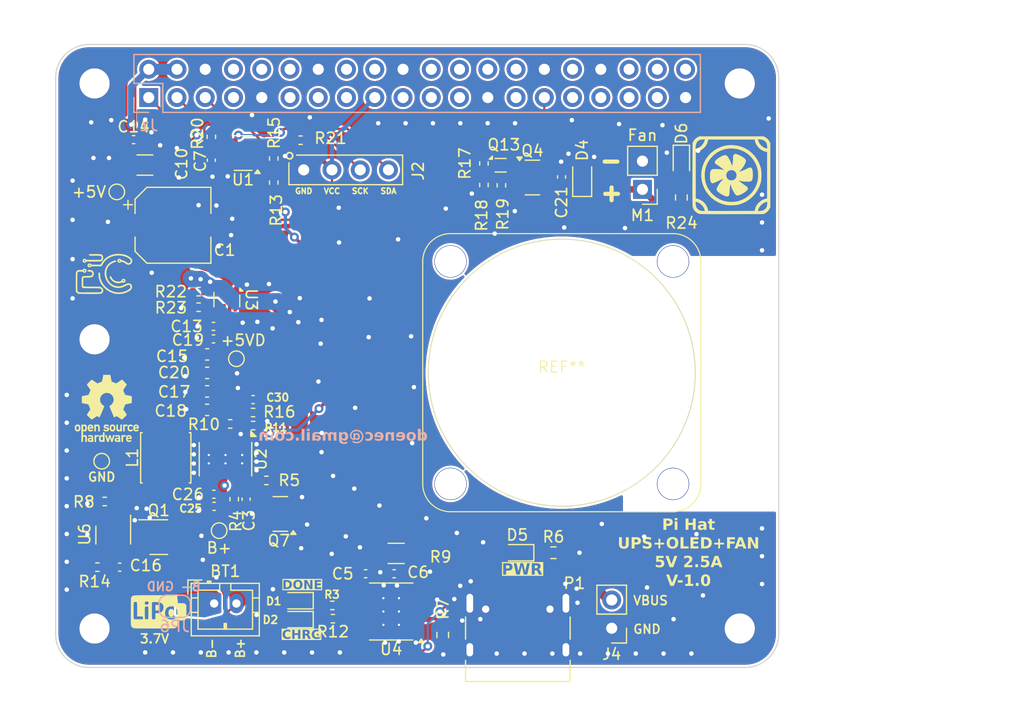
<source format=kicad_pcb>
(kicad_pcb (version 20241229) (generator "pcbnew") (generator_version "9.0")
  (title_block (date "15 nov 2012"))
  (layers (0 "F.Cu" signal) (4 "In1.Cu" signal) (6 "In2.Cu" signal) (2 "B.Cu" signal) (13 "F.Paste" user) (15 "B.Paste" user) (5 "F.SilkS" user "F.Silkscreen") (7 "B.SilkS" user "B.Silkscreen") (1 "F.Mask" user) (3 "B.Mask" user) (25 "Edge.Cuts" user))
  (net 0 "")
  (net 1 "GND")
  (net 2 "/GPIO2{slash}SDA1")
  (net 3 "/GPIO3{slash}SCL1")
  (net 4 "/GPIO4{slash}GPCLK0")
  (net 5 "/GPIO14{slash}TXD0")
  (net 6 "/GPIO15{slash}RXD0")
  (net 7 "/GPIO17")
  (net 8 "/GPIO18{slash}PCM.CLK")
  (net 9 "/GPIO27")
  (net 10 "/GPIO22")
  (net 11 "/GPIO23")
  (net 12 "/GPIO24")
  (net 13 "/GPIO10{slash}SPI0.MOSI")
  (net 14 "/GPIO9{slash}SPI0.MISO")
  (net 15 "/GPIO25")
  (net 16 "/GPIO11{slash}SPI0.SCLK")
  (net 17 "/GPIO8{slash}SPI0.CE0")
  (net 18 "/GPIO7{slash}SPI0.CE1")
  (net 19 "/ID_SDA")
  (net 20 "/ID_SCL")
  (net 21 "/GPIO5")
  (net 22 "/GPIO6")
  (net 23 "/GPIO12{slash}PWM0")
  (net 24 "/GPIO13{slash}PWM1")
  (net 25 "/GPIO19{slash}PCM.FS")
  (net 26 "/GPIO16")
  (net 27 "/GPIO26")
  (net 28 "/GPIO20{slash}PCM.DIN")
  (net 29 "/GPIO21{slash}PCM.DOUT")
  (net 30 "+5V")
  (net 31 "+3V3")
  (net 32 "+BATT")
  (net 33 "-BATT")
  (net 34 "Net-(U6-VCC)")
  (net 35 "/DONE")
  (net 36 "/CHRG")
  (net 40 "Net-(Q1-G2)")
  (net 42 "Net-(Q1-G1)")
  (net 43 "Net-(U6-CS)")
  (net 49 "Net-(Q7-C)")
  (net 50 "VBUS")
  (net 51 "Net-(U1-VIN+)")
  (net 52 "Net-(U2-PG)")
  (net 53 "Net-(U4-PROG)")
  (net 54 "Net-(U2-FB)")
  (net 55 "Net-(D1-K)")
  (net 56 "Net-(D2-K)")
  (net 57 "/CH_VIN")
  (net 58 "Net-(C30-Pad1)")
  (net 59 "+5VD")
  (net 60 "Net-(Q13-D)")
  (net 61 "Net-(Q13-G)")
  (net 62 "Net-(U3-MODE)")
  (net 64 "Net-(D4-K)")
  (net 65 "Net-(D6-A)")
  (net 66 "/L1")
  (net 67 "/L2")
  (net 68 "Net-(D5-K)")
  (footprint "TestPoint:TestPoint_Pad_D1.0mm" (layer "F.Cu") (at 104.1402 81.458)
    (property "Reference" "TP3" (hide yes))
    (property "Value" "GND")
  )
  (footprint "Connector_JST:JST_PH_B2B-PH-K_1x02_P2.00mm_Vertical" (layer "F.Cu") (at 114.25 94.25)
    (property "Reference" "BT1")
    (property "Value" "BAT")
  )
  (footprint "MountingHole:MountingHole_2.7mm_M2.5" (layer "F.Cu") (at 161.5 70.5)
    (property "Reference" "MH5" (hide yes))
    (property "Value" "MountingHole_2.7mm_M2.5" (hide yes))
  )
  (footprint "Package_TO_SOT_SMD:SOT-23-6" (layer "F.Cu") (at 105.179298 88.102402 -90)
    (property "Reference" "U6")
    (property "Value" "DW01+G")
  )
  (footprint "Fiducial:Fiducial_0.5mm_Mask1mm" (layer "F.Cu") (at 102 90)
    (property "Reference" "FID1" (hide yes))
    (property "Value" "Fiducial")
  )
  (footprint "MountingHole:MountingHole_2.7mm_M2.5" (layer "F.Cu") (at 161.5 47.5)
    (property "Reference" "MH2" (hide yes))
    (property "Value" "MountingHole_2.7mm_M2.5" (hide yes))
  )
  (footprint "Diode_SMD:D_SOD-323" (layer "F.Cu") (at 147.3348 56.05 90)
    (property "Reference" "D4")
    (property "Value" "1N5819WS")
  )
  (footprint "Symbol:OSHW-Logo_5.7x6mm_SilkScreen" (layer "F.Cu") (at 104.5974 76.7082)
    (property "Reference" "REF**" (hide yes))
    (property "Value" "OSHW-Logo_5.7x6mm_SilkScreen" (hide yes))
  )
  (footprint "Resistor_SMD:R_1206_3216Metric" (layer "F.Cu") (at 130.612 89.7484)
    (property "Reference" "R9")
    (property "Value" "0.4R")
  )
  (footprint "LED_SMD:LED_0603_1608Metric" (layer "F.Cu") (at 121.6713 94 180)
    (property "Reference" "D1")
    (property "Value" "GLED")
  )
  (footprint "Capacitor_SMD:C_0603_1608Metric" (layer "F.Cu") (at 113.622 75.18272 180)
    (property "Reference" "C17")
    (property "Value" "22uF")
  )
  (footprint "Package_TO_SOT_SMD:SOT-23-6" (layer "F.Cu") (at 116.8502 53.757 180)
    (property "Reference" "U1")
    (property "Value" "ADS1110")
  )
  (footprint "Resistor_SMD:R_0603_1608Metric" (layer "F.Cu") (at 134.798 97.079 90)
    (property "Reference" "R7")
    (property "Value" "1.1K")
  )
  (footprint "Resistor_SMD:R_0402_1005Metric" (layer "F.Cu") (at 118.9484 83.1852)
    (property "Reference" "R5")
    (property "Value" "1M")
  )
  (footprint "Capacitor_SMD:C_0402_1005Metric" (layer "F.Cu") (at 114.25 85.52 180)
    (property "Reference" "C25")
    (property "Value" "10uF")
  )
  (footprint "nodemcu:Fan_cooler_25mm" (layer "F.Cu") (at 145.5 73.5)
    (property "Reference" "REF**")
    (property "Value" "Fan_cooler_25mm")
  )
  (footprint "Package_DFN_QFN:Diodes_DFN1006-3" (layer "F.Cu") (at 140.001 54.854)
    (property "Reference" "Q13")
    (property "Value" "RV2C010UNT2L")
  )
  (footprint "LED_SMD:LED_0603_1608Metric" (layer "F.Cu") (at 141.5036 89.6876 180)
    (property "Reference" "D5")
    (property "Value" "RLED")
  )
  (footprint "Resistor_SMD:R_0402_1005Metric" (layer "F.Cu") (at 114 52.2988 -90)
    (property "Reference" "R20")
    (property "Value" "10K")
  )
  (footprint "Capacitor_SMD:C_1206_3216Metric" (layer "F.Cu") (at 108.0264 54.8388)
    (property "Reference" "C10")
    (property "Value" "47uF")
  )
  (footprint "Package_TO_SOT_SMD:SOT-23" (layer "F.Cu") (at 142.8633 55.9564)
    (property "Reference" "Q4")
    (property "Value" "AO3401A")
  )
  (footprint "nodemcu:EC_icon5mm" (layer "F.Cu") (at 104.3434 64.6178)
    (property "Reference" "G***" (hide yes))
    (property "Value" "LOGO" (hide yes))
  )
  (footprint "Connector_PinHeader_2.54mm:PinHeader_1x02_P2.54mm_Vertical" (layer "F.Cu") (at 152.75 57.025 180)
    (property "Reference" "M1")
    (property "Value" "Fan")
  )
  (footprint "Resistor_SMD:R_0402_1005Metric" (layer "F.Cu") (at 138.5 56.632 -90)
    (property "Reference" "R18")
    (property "Value" "100K")
  )
  (footprint "Package_TO_SOT_SMD:SOT-583-8" (layer "F.Cu") (at 115.3924 66.9292 -90)
    (property "Reference" "U3")
    (property "Value" "TPS2116DRL")
  )
  (footprint "nodemcu:OLED_I2C_091" (layer "F.Cu") (at 129.9212 55.2706 -90)
    (property "Reference" "J2")
    (property "Value" "OLED")
  )
  (footprint "Connector_USB:USB_C_Receptacle_HRO_TYPE-C-31-M-12" (layer "F.Cu") (at 141.55 97.36)
    (property "Reference" "P1")
    (property "Value" "USB_C_Plug")
  )
  (footprint "Resistor_SMD:R_0402_1005Metric" (layer "F.Cu") (at 104.409298 85.082402)
    (property "Reference" "R8")
    (property "Value" "1K")
  )
  (footprint "Package_TO_SOT_SMD:SOT-23" (layer "F.Cu") (at 120.2 86.2 180)
    (property "Reference" "Q7")
    (property "Value" "DTC143Z")
  )
  (footprint "Capacitor_SMD:C_0603_1608Metric" (layer "F.Cu") (at 113.622 71.85736 180)
    (property "Reference" "C15")
    (property "Value" "22uF")
  )
  (footprint "Resistor_SMD:R_0402_1005Metric" (layer "F.Cu") (at 116.0534 84.8718 90)
    (property "Reference" "R4")
    (property "Value" "150K")
  )
  (footprint "MountingHole:MountingHole_2.7mm_M2.5" (layer "F.Cu") (at 103.5 96.5)
    (property "Reference" "MH3" (hide yes))
    (property "Value" "MountingHole_2.7mm_M2.5" (hide yes))
  )
  (footprint "Capacitor_SMD:C_0603_1608Metric" (layer "F.Cu") (at 113.622 73.52004 180)
    (property "Reference" "C20")
    (property "Value" "22uF")
  )
  (footprint "Capacitor_SMD:C_0402_1005Metric" (layer "F.Cu") (at 127.869 91.5772)
    (property "Reference" "C5")
    (property "Value" "10uF")
  )
  (footprint "MountingHole:MountingHole_2.7mm_M2.5" (layer "F.Cu") (at 103.5 47.5)
    (property "Reference" "MH1" (hide yes))
    (property "Value" "MountingHole_2.7mm_M2.5" (hide yes))
  )
  (footprint "Resistor_SMD:R_0402_1005Metric" (layer "F.Cu") (at 119.6088 54.2494 -90)
    (property "Reference" "R15")
    (property "Value" "150K")
  )
  (footprint "Resistor_SMD:R_0402_1005Metric" (layer "F.Cu") (at 112.8524 66.218 180)
    (property "Reference" "R22")
    (property "Value" "10K")
  )
  (footprint "Resistor_SMD:R_0402_1005Metric" (layer "F.Cu") (at 119.6088 56.4116 -90)
    (property "Reference" "R13")
    (property "Value" "150K")
  )
  (footprint "Package_TO_SOT_SMD:SOT-23-6" (layer "F.Cu") (at 109.271798 88.282402)
    (property "Reference" "Q1")
    (property "Value" "8205S")
  )
  (footprint "Package_SON:VSON-14-1EP_3x4.45mm_P0.65mm_EP1.6x4.2mm_ThermalVias" (layer "F.Cu") (at 115.2706 81.277 -90)
    (property "Reference" "U2")
    (property "Value" "TPS63020DSJR")
  )
  (footprint "Capacitor_SMD:C_0402_1005Metric" (layer "F.Cu") (at 145.4772 55.9056 90)
    (property "Reference" "C21")
    (property "Value" "100nF/16V")
  )
  (footprint "Capacitor_SMD:C_0603_1608Metric" (layer "F.Cu") (at 113.622 76.8454 180)
    (property "Reference" "C18")
    (property "Value" "22uF")
  )
  (footprint "Resistor_SMD:R_0402_1005Metric" (layer "F.Cu") (at 140.0716 56.6574 90)
    (property "Reference" "R19")
    (property "Value" "10K")
  )
  (footprint "MountingHole:MountingHole_2.7mm_M2.5" (layer "F.Cu") (at 103.5 70.5)
    (property "Reference" "MH6" (hide yes))
    (property "Value" "MountingHole_2.7mm_M2.5" (hide yes))
  )
  (footprint "Capacitor_SMD:C_0402_1005Metric" (layer "F.Cu") (at 107.0104 52.5528)
    (property "Reference" "C14")
    (property "Value" "100nF")
  )
  (footprint "Resistor_SMD:R_0402_1005Metric" (layer "F.Cu") (at 117.752 77.0842 180)
    (property "Reference" "R16")
    (property "Value" "68K")
  )
  (footprint "Connector_PinHeader_2.54mm:PinHeader_1x02_P2.54mm_Vertical" (layer "F.Cu") (at 149.9872 96.4744 180)
    (property "Reference" "J4")
    (property "Value" "CONN")
  )
  (footprint "TestPoint:TestPoint_Pad_D1.0mm" (layer "F.Cu") (at 105.5 57.25)
    (property "Reference" "TP4" (hide yes))
    (property "Value" "+5V")
  )
  (footprint "Fiducial:Fiducial_0.5mm_Mask1mm" (layer "F.Cu") (at 162 60)
    (property "Reference" "FID2" (hide yes))
    (property "Value" "Fiducial")
  )
  (footprint "LED_SMD:LED_0603_1608Metric" (layer "F.Cu") (at 121.6714 95.7 180)
    (property "Reference" "D2")
    (property "Value" "LED RED")
  )
  (footprint "Capacitor_SMD:C_0402_1005Metric" (layer "F.Cu") (at 114.192 69.342 180)
    (property "Reference" "C13")
    (property "Value" "100nF")
  )
  (footprint "Capacitor_SMD:C_0402_1005Metric" (layer "F.Cu") (at 113.9954 54.4044 -90)
    (property "Reference" "C7")
    (property "Value" "100nF")
  )
  (footprint "nodemcu:battery_5mm" (layer "F.Cu") (at 109.25 95)
    (property "Reference" "G***" (hide yes))
    (property "Value" "LOGO" (hide yes))
  )
  (footprint "Capacitor_SMD:C_0402_1005Metric" (layer "F.Cu") (at 117.752 75.9208 180)
    (property "Reference" "C30")
    (property "Value" "4.7pF")
  )
  (footprint "Resistor_SMD:R_0402_1005Metric" (layer "F.Cu") (at 103.759298 90.982402)
    (property "Reference" "R14")
    (property "Value" "100R")
  )
  (footprint "Capacitor_SMD:C_0402_1005Metric" (layer "F.Cu") (at 114.192 70.46468 180)
    (property "Reference" "C19")
    (property "Value" "1uF")
  )
  (footprint "nodemcu:fan_7mm" (layer "F.Cu") (at 160.75 55.75)
    (property "Reference" "G***" (hide yes))
    (property "Value" "LOGO" (hide yes))
  )
  (footprint "Resistor_SMD:R_0402_1005Metric" (layer "F.Cu") (at 112.8524 67.615 180)
    (property "Reference" "R23")
    (property "Value" "100K")
  )
  (footprint "Capacitor_SMD:C_0402_1005Metric" (layer "F.Cu") (at 117.1202 84.8718 -90)
    (property "Reference" "C3")
    (property "Value" "100nF")
  )
  (footprint "Resistor_SMD:R_0402_1005Metric" (layer "F.Cu") (at 138.5 54.6946 -90)
    (property "Reference" "R17")
    (property "Value" "10R")
  )
  (footprint "Capacitor_SMD:C_0402_1005Metric" (layer "F.Cu") (at 114.2246 84.4278 180)
    (property "Reference" "C26")
    (property "Value" "10uF")
  )
  (footprint "Resistor_SMD:R_0402_1005Metric" (layer "F.Cu") (at 115.6952 78.1052 180)
    (property "Reference" "R10")
    (property "Value" "910K")
  )
  (footprint "Capacitor_SMD:C_0402_1005Metric" (layer "F.Cu") (at 130.4292 91.5772 180)
    (property "Reference" "C6")
    (property "Value" "10uF")
  )
  (footprint "MountingHole:MountingHole_2.7mm_M2.5" (layer "F.Cu") (at 161.5 96.5)
    (property "Reference" "MH4" (hide yes))
    (property "Value" "MountingHole_2.7mm_M2.5" (hide yes))
  )
  (footprint "Fiducial:Fiducial_0.5mm_Mask1mm" (layer "F.Cu") (at 161.5 91)
    (property "Reference" "FID3" (hide yes))
    (property "Value" "Fiducial")
  )
  (footprint "Resistor_SMD:R_0402_1005Metric" (layer "F.Cu") (at 124.9226 95.6158 180)
    (property "Reference" "R12")
    (property "Value" "1K")
  )
  (footprint "Capacitor_SMD:C_0402_1005Metric" (layer "F.Cu") (at 105.759298 90.982402)
    (property "Reference" "C16")
    (property "Value" "1uF")
  )
  (footprint "Inductor_SMD:L_Sunlord_SWPA4020S" (layer "F.Cu") (at 109.9 81.1532 90)
    (property "Reference" "L1")
    (property "Value" "1.5uH")
  )
  (footprint "TestPoint:TestPoint_Pad_D1.0mm" (layer "F.Cu") (at 114.7 87.7)
    (property "Reference" "TP2" (hide yes))
    (property "Value" "B+")
  )
  (footprint "Resistor_SMD:R_0402_1005Metric" (layer "F.Cu") (at 122.0218 52.6036)
    (property "Reference" "R21")
    (property "Value" "10K")
  )
  (footprint "LED_SMD:LED_0603_1608Metric" (layer "F.Cu") (at 156.25 54.5375 -90)
    (property "Reference" "D6")
    (property "Value" "RLED")
  )
  (footprint "TestPoint:TestPoint_Pad_D1.0mm" (layer "F.Cu") (at 116.25 72.25)
    (property "Reference" "TP1" (hide yes))
    (property "Value" "+5VD")
  )
  (footprint "Capacitor_SMD:CP_Elec_6.3x7.7" (layer "F.Cu") (at 110.55 60.25)
    (property "Reference" "C1")
    (property "Value" "470uF/10V")
  )
  (footprint "Resistor_SMD:R_0603_1608Metric" (layer "F.Cu") (at 144.7548 89.6876)
    (property "Reference" "R6")
    (property "Value" "1K")
  )
  (footprint "Package_SO:SOIC-8-1EP_3.9x4.9mm_P1.27mm_EP2.41x3.3mm_ThermalVias" (layer "F.Cu") (at 130.164 94.9708 180)
    (property "Reference" "U4")
    (property "Value" "TP4056")
  )
  (footprint "Resistor_SMD:R_0402_1005Metric" (layer "F.Cu") (at 124.8698 94.422 180)
    (property "Reference" "R3")
    (property "Value" "1K")
  )
  (footprint "Resistor_SMD:R_0603_1608Metric" (layer "F.Cu") (at 156.25 57.75 90)
    (property "Reference" "R24")
    (property "Value" "1K")
  )
  (footprint "Resistor_SMD:R_0402_1005Metric" (layer "F.Cu") (at 117.752 78.2576 180)
    (property "Reference" "R11")
    (property "Value" "100K")
  )
  (footprint "Connector_PinSocket_2.54mm:PinSocket_2x20_P2.54mm_Vertical" (layer "B.Cu") (at 108.37 48.77 -90)
    (property "Reference" "J1")
    (property "Value" "GPIO")
  )
  (footprint "Jumper:SolderJumper-2_P1.3mm_Open_RoundedPad1.0x1.5mm" (layer "B.Cu") (at 110.7 94.5)
    (property "Reference" "JP6")
    (property "Value" "BATBYPASS")
  )
  (gr_circle (center 145.5 73.5) (end 157.5 73.5) (stroke (width 0.05)) (fill no) (layer "Edge.Cuts"))
  (gr_arc (start 162 44) (mid 164.12132 44.87868) (end 165 47) (stroke (width 0.1)) (layer "Edge.Cuts"))
  (gr_line (start 165 97) (end 165 47) (stroke (width 0.1)) (layer "Edge.Cuts"))
  (gr_line (start 100 47) (end 100 81) (stroke (width 0.1)) (layer "Edge.Cuts"))
  (gr_arc (start 103 100) (mid 100.87868 99.12132) (end 100 97) (stroke (width 0.1)) (layer "Edge.Cuts"))
  (gr_line (start 103 100) (end 162 100) (stroke (width 0.1)) (layer "Edge.Cuts"))
  (gr_arc (start 165 97) (mid 164.12132 99.12132) (end 162 100) (stroke (width 0.1)) (layer "Edge.Cuts"))
  (gr_arc (start 100 47) (mid 100.87868 44.87868) (end 103 44) (stroke (width 0.1)) (layer "Edge.Cuts"))
  (gr_line (start 100 81) (end 100 97) (stroke (width 0.1)) (layer "Edge.Cuts"))
  (gr_line (start 162 44) (end 103 44) (stroke (width 0.1)) (layer "Edge.Cuts"))
  (gr_text "PWR" (at 140.1066 91.8212 0) (layer "F.SilkS" knockout) (effects (font (size 1 1) (thickness 0.16) (bold yes)) (justify left bottom)))
  (gr_text "DONE" (at 120.3708 93.0912 0) (layer "F.SilkS" knockout) (effects (font (size 0.8 0.8) (thickness 0.16) (bold yes)) (justify left bottom)))
  (gr_text "-" (at 148.75 53.75 180) (layer "F.SilkS") (effects (font (size 1.5 1.5) (thickness 0.375) (bold yes)) (justify right bottom)))
  (gr_text "B-\n\nB+" (at 117.0688 97.2822 90) (layer "F.SilkS") (effects (font (size 0.8 0.8)) (justify right bottom)))
  (gr_text "3.7V" (at 107.493 97.8918 0) (layer "F.SilkS") (effects (font (size 0.8 0.8)) (justify left bottom)))
  (gr_text "VBUS\n\nGND" (at 151.8414 97.0282 0) (layer "F.SilkS") (effects (font (size 0.8 0.8)) (justify left bottom)))
  (gr_text "Pi Hat\nUPS+OLED+FAN\n5V 2.5A\nV-1.0" (at 156.896 92.8372 0) (layer "F.SilkS") (effects (font (size 1 1) (thickness 0.2) (bold yes)) (justify bottom)))
  (gr_text "+" (at 150.75 56.25 90) (layer "F.SilkS") (effects (font (size 1.5 1.5) (thickness 0.375) (bold yes)) (justify right bottom)))
  (gr_text "CHRG" (at 120.3454 97.5616 0) (layer "F.SilkS" knockout) (effects (font (size 0.8 0.8) (thickness 0.16) (bold yes)) (justify left bottom)))
  (gr_text "B- GND" (at 108.1 93.2 0) (layer "B.SilkS") (effects (font (size 0.8 0.8)) (justify right bottom mirror)))
  (gr_text "doenec@gmail.com" (at 125.8318 79.7816 0) (layer "B.SilkS") (effects (font (size 1 1) (thickness 0.2) (bold yes)) (justify bottom mirror)))
  (segment (start 132.639 94.3358) (end 133.8694 94.3358) (width 0.3) (layer "F.Cu") (net 1))
  (segment (start 120.3382 53.7394) (end 120.6248 54.026) (width 0.2) (layer "F.Cu") (net 1))
  (segment (start 115.7127 54.707) (end 115.7127 55.6107) (width 0.2) (layer "F.Cu") (net 1))
  (segment (start 115.7127 55.6107) (end 115.4686 55.8548) (width 0.2) (layer "F.Cu") (net 1))
  (segment (start 121.1375 85.25) (end 121.5826 85.25) (width 0.3) (layer "F.Cu") (net 1))
  (segment (start 113.9954 55.7786) (end 114.097 55.8802) (width 0.2) (layer "F.Cu") (net 1))
  (segment (start 144.8 93.315) (end 144.9882 93.315) (width 0.3) (layer "F.Cu") (net 1))
  (segment (start 136.3728 92.6594) (end 136.3728 93.3198) (width 0.3) (layer "F.Cu") (net 1))
  (segment (start 136.3728 93.3198) (end 135.8394 93.8532) (width 0.3) (layer "F.Cu") (net 1))
  (segment (start 146.8376 94.1072) (end 146.9138 94.1834) (width 0.3) (layer "F.Cu") (net 1))
  (segment (start 132.639 97.5108) (end 132.385 97.7648) (width 0.3) (layer "F.Cu") (net 1))
  (segment (start 138.3 93.2404) (end 137.3126 92.253) (width 0.3) (layer "F.Cu") (net 1))
  (segment (start 118.6182 78.2576) (end 119.0246 77.8512) (width 0.3) (layer "F.Cu") (net 1))
  (segment (start 117.1202 85.3518) (end 117.1202 85.6496) (width 0.3) (layer "F.Cu") (net 1))
  (segment (start 118.262 78.2576) (end 118.6182 78.2576) (width 0.3) (layer "F.Cu") (net 1))
  (segment (start 138.3 93.315) (end 138.3 93.2404) (width 0.3) (layer "F.Cu") (net 1))
  (segment (start 117.1202 85.6496) (end 117.653 86.1824) (width 0.3) (layer "F.Cu") (net 1))
  (segment (start 146.8376 92.9134) (end 146.8376 94.1072) (width 0.3) (layer "F.Cu") (net 1))
  (segment (start 121.5826 85.25) (end 122.1488 84.6838) (width 0.3) (layer "F.Cu") (net 1))
  (segment (start 132.639 96.8758) (end 132.639 97.5108) (width 0.3) (layer "F.Cu") (net 1))
  (segment (start 129.9492 91.618) (end 129.3624 91.618) (width 0.3) (layer "F.Cu") (net 1))
  (segment (start 119.6088 53.7394) (end 120.3382 53.7394) (width 0.2) (layer "F.Cu") (net 1))
  (segment (start 113.9954 54.8844) (end 113.9954 55.7786) (width 0.2) (layer "F.Cu") (net 1))
  (segment (start 129.3624 91.618) (end 129.1846 91.4402) (width 0.3) (layer "F.Cu") (net 1))
  (segment (start 133.8694 94.3358) (end 134.3012 93.904) (width 0.3) (layer "F.Cu") (net 1))
  (segment (start 144.9882 93.315) (end 145.8216 92.4816) (width 0.3) (layer "F.Cu") (net 1))
  (via (at 121.9456 66.8022) (size 0.8) (drill 0.4) (layers "F.Cu" "B.Cu") (net 1))
  (via (at 141.3 51.0796) (size 0.8) (drill 0.4) (layers "F.Cu" "B.Cu") (net 1))
  (via (at 149.65 98.75) (size 0.8) (drill 0.4) (layers "F.Cu" "B.Cu") (net 1))
  (via (at 154.65 98.75) (size 0.8) (drill 0.4) (layers "F.Cu" "B.Cu") (net 1))
  (via (at 108.05 50.75) (size 0.8) (drill 0.4) (layers "F.Cu" "B.Cu") (net 1))
  (via (at 135.0774 58.7504) (size 0.8) (drill 0.4) (layers "F.Cu" "B.Cu") (net 1))
  (via (at 154.9402 53.7212) (size 0.8) (drill 0.4) (layers "F.Cu" "B.Cu") (net 1))
  (via (at 123.05 98.65) (size 0.8) (drill 0.4) (layers "F.Cu" "B.Cu") (net 1))
  (via (at 116.637 79.0196) (size 0.8) (drill 0.4) (layers "F.Cu" "B.Cu") (net 1))
  (via (at 123.9268 78.918) (size 0.8) (drill 0.4) (layers "F.Cu" "B.Cu") (net 1))
  (via (at 112.4206 82.4994) (size 0.8) (drill 0.4) (layers "F.Cu" "B.Cu") (net 1))
  (via (at 120.6248 54.026) (size 0.8) (drill 0.4) (layers "F.Cu" "B.Cu") (net 1))
  (via (at 146.101 53.8228) (size 0.8) (drill 0.4) (layers "F.Cu" "B.Cu") (net 1))
  (via (at 118.0594 82.2708) (size 0.8) (drill 0.4) (layers "F.Cu" "B.Cu") (net 1))
  (via (at 158.1914 93.523) (size 0.8) (drill 0.4) (layers "F.Cu" "B.Cu") (net 1))
  (via (at 118.1356 68.9358) (size 0.8) (drill 0.4) (layers "F.Cu" "B.Cu") (net 1))
  (via (at 126.0858 88.2144) (size 0.8) (drill 0.4) (layers "F.Cu" "B.Cu") (net 1))
  (via (at 128.1432 70.3074) (size 0.8) (drill 0.4) (layers "F.Cu" "B.Cu") (net 1))
  (via (at 129.4894 92.6086) (size 0.8) (drill 0.4) (layers "F.Cu" "B.Cu") (net 1))
  (via (at 128.2194 66.8276) (size 0.8) (drill 0.4) (layers "F.Cu" "B.Cu") (net 1))
  (via (at 111.7348 76.7844) (size 0.8) (drill 0.4) (layers "F.Cu" "B.Cu") (net 1))
  (via (at 116.3068 73.5586) (size 0.8) (drill 0.4) (layers "F.Cu" "B.Cu") (net 1))
  (via (at 130.7848 61.519) (size 0.8) (drill 0.4) (layers "F.Cu" "B.Cu") (net 1))
  (via (at 101 88) (size 0.8) (drill 0.4) (layers "F.Cu" "B.Cu") (net 1))
  (via (at 111.6586 73.8126) (size 0.8) (drill 0.4) (layers "F.Cu" "B.Cu") (net 1))
  (via (at 163.5 60) (size 0.8) (drill 0.4) (layers "F.Cu" "B.Cu") (net 1))
  (via (at 120.55 98.65) (size 0.8) (drill 0.4) (layers "F.Cu" "B.Cu") (net 1))
  (via (at 147.15 98.75) (size 0.8) (drill 0.4) (layers "F.Cu" "B.Cu") (net 1))
  (via (at 136.068 87.9096) (size 0.8) (drill 0.4) (layers "F.Cu" "B.Cu") (net 1))
  (via (at 133.3248 86.5888) (size 0.8) (drill 0.4) (layers "F.Cu" "B.Cu") (net 1))
  (via (at 129.1846 91.4402) (size 0.8) (drill 0.4) (layers "F.Cu" "B.Cu") (net 1))
  (via (at 153.1622 92.8118) (size 0.8) (drill 0.4) (layers "F.Cu" "B.Cu") (net 1))
  (via (at 116.383 74.8794) (size 0.8) (drill 0.4) (layers "F.Cu" "B.Cu") (net 1))
  (via (at 114.6558 62.1286) (size 0.8) (drill 0.4) (layers "F.Cu" "B.Cu") (net 1))
  (via (at 157.75 53.55) (size 0.8) (drill 0.4) (layers "F.Cu" "B.Cu") (net 1))
  (via (at 129.6164 97.7648) (size 0.8) (drill 0.4) (layers "F.Cu" "B.Cu") (net 1))
  (via (at 122.606 87.1476) (size 0.8) (drill 0.4) (layers "F.Cu" "B.Cu") (net 1))
  (via (at 131.46 51.0796) (size 0.8) (drill 0.4) (layers "F.Cu" "B.Cu") (net 1))
  (via (at 157.6072 88.0112) (size 0.8) (drill 0.4) (layers "F.Cu" "B.Cu") (net 1))
  (via (at 111.2776 67.6912) (size 0.8) (drill 0.4) (layers "F.Cu" "B.Cu") (net 1))
  (via (at 123.9014 80.6452) (size 0.8) (drill 0.4) (layers "F.Cu" "B.Cu") (net 1))
  (via (at 114.097 55.8802) (size 0.8) (drill 0.4) (layers "F.Cu" "B.Cu") (net 1))
  (via (at 163.5 92.5) (size 0.8) (drill 0.4) (layers "F.Cu" "B.Cu") (net 1))
  (via (at 149.0982 87.0968) (size 0.8) (drill 0.4) (layers "F.Cu" "B.Cu") (net 1))
  (via (at 111.557 72.1616) (size 0.8) (drill 0.4) (layers "F.Cu" "B.Cu") (net 1))
  (via (at 115.55 98.65) (size 0.8) (drill 0.4) (layers "F.Cu" "B.Cu") (net 1))
  (via (at 124.8158 89.7892) (size 0.8) (drill 0.4) (layers "F.Cu" "B.Cu") (net 1))
  (via (at 137.4142 57.4042) (size 0.8) (drill 0.4) (layers "F.Cu" "B.Cu") (net 1))
  (via (at 119.5072 69.52) (size 0.8) (drill 0.4) (layers "F.Cu" "B.Cu") (net 1))
  (via (at 101 78) (size 0.8) (drill 0.4) (layers "F.Cu" "B.Cu") (net 1))
  (via (at 138.84 51.0796) (size 0.8) (drill 0.4) (layers "F.Cu" "B.Cu") (net 1))
  (via (at 139.65 98.75) (size 0.8) (drill 0.4) (layers "F.Cu" "B.Cu") (net 1))
  (via (at 108.05 98.65) (size 0.8) (drill 0.4) (layers "F.Cu" "B.Cu") (net 1))
  (via (at 107.112 86.7666) (size 0.8) (drill 0.4) (layers "F.Cu" "B.Cu") (net 1))
  (via (at 142.15 98.75) (size 0.8) (drill 0.4) (layers "F.Cu" "B.Cu") (net 1))
  (via (at 123.9014 68.758) (size 0.8) (drill 0.4) (layers "F.Cu" "B.Cu") (net 1))
  (via (at 122.85 50.55) (size 0.8) (drill 0.4) (layers "F.Cu" "B.Cu") (net 1))
  (via (at 117.653 86.1824) (size 0.8) (drill 0.4) (layers "F.Cu" "B.Cu") (net 1))
  (via (at 112.8524 58.4456) (size 0.8) (drill 0.4) (layers "F.Cu" "B.Cu") (net 1))
  (via (at 101 75.5) (size 0.8) (drill 0.4) (layers "F.Cu" "B.Cu") (net 1))
  (via (at 112.4206 80.839933) (size 0.8) (drill 0.4) (layers "F.Cu" "B.Cu") (net 1))
  (via (at 136.3728 92.6594) (size 0.8) (drill 0.4) (layers "F.Cu" "B.Cu") (net 1))
  (via (at 133.92 51.0796) (size 0.8) (drill 0.4) (layers "F.Cu" "B.Cu") (net 1))
  (via (at 108.4582 86.538) (size 0.8) (drill 0.4) (layers "F.Cu" "B.Cu") (net 1))
  (via (at 119.177 65.5322) (size 0.8) (drill 0.4) (layers "F.Cu" "B.Cu") (net 1))
  (via (at 126.8478 83.9218) (size 0.8) (drill 0.4) (layers "F.Cu" "B.Cu") (net 1))
  (via (at 108.636 64.5162) (size 0.8) (drill 0.4) (layers "F.Cu" "B.Cu") (net 1))
  (via (at 112.8778 85.903) (size 0.8) (drill 0.4) (layers "F.Cu" "B.Cu") (net 1))
  (via (at 115.7734 61.138) (size 0.8) (drill 0.4) (layers "F.Cu" "B.Cu") (net 1))
  (via (at 130.8356 97.6632) (size 0.8) (drill 0.4) (layers "F.Cu" "B.Cu") (net 1))
  (via (at 155.5498 95.6566) (size 0.8) (drill 0.4) (layers "F.Cu" "B.Cu") (net 1))
  (via (at 113.2334 90.3226) (size 0.8) (drill 0.4) (layers "F.Cu" "B.Cu") (net 1))
  (via (at 117.1958 65.583) (size 0.8) (drill 0.4) (layers "F.Cu" "B.Cu") (net 1))
  (via (at 111.6586 75.235) (size 0.8) (drill 0.4) (layers "F.Cu" "B.Cu") (net 1))
  (via (at 138.1762 95.6566) (size 0.8) (drill 0.4) (layers "F.Cu" "B.Cu") (net 1))
  (via (at 108.1788 85.7252) (size 0.8) (drill 0.4) (layers "F.Cu" "B.Cu") (net 1))
  (via (at 133.655 91.3894) (size 0.8) (drill 0.4) (layers "F.Cu" "B.Cu") (net 1))
  (via (at 146.9138 94.1834) (size 0.8) (drill 0.4) (layers "F.Cu" "B.Cu") (net 1))
  (via (at 110.55 98.65) (size 0.8) (drill 0.4) (layers "F.Cu" "B.Cu") (net 1))
  (via (at 150.65 51.15) (size 0.8) (drill 0.4) (layers "F.Cu" "B.Cu") (net 1))
  (via (at 101.524 59.7646) (size 0.8) (drill 0.4) (layers "F.Cu" "B.Cu") (net 1))
  (via (at 146.4 50.8) (size 0.8) (drill 0.4) (layers "F.Cu" "B.Cu") (net 1))
  (via (at 132.0548 79.8324) (size 0.8) (drill 0.4) (layers "F.Cu" "B.Cu") (net 1))
  (via (at 116.8148 69.012) (size 0.8) (drill 0.4) (layers "F.Cu" "B.Cu") (net 1))
  (via (at 136.5506 95.7836) (size 0.8) (drill 0.4) (layers "F.Cu" "B.Cu") (net 1))
  (via (at 145.4406 54.534) (size 0.8) (drill 0.4) (layers "F.Cu" "B.Cu") (net 1))
  (via (at 101.524 63.2934) (size 0.8) (drill 0.4) (layers "F.Cu" "B.Cu") (net 1))
  (via (at 107.2898 85.6744) (size 0.8) (drill 0.4) (layers "F.Cu" "B.Cu") (net 1))
  (via (at 148.4124 54.1022) (size 0.8) (drill 0.4) (layers "F.Cu" "B.Cu") (net 1))
  (via (at 117.65 50.35) (size 0.8) (drill 0.4) (layers "F.Cu" "B.Cu") (net 1))
  (via (at 110.8966 53.3148) (size 0.8) (drill 0.4) (layers "F.Cu" "B.Cu") (net 1))
  (via (at 125.55 98.65) (size 0.8) (drill 0.4) (layers "F.Cu" "B.Cu") (net 1))
  (via (at 108.6106 51.8924) (size 0.8) (drill 0.4) (layers "F.Cu" "B.Cu") (net 1))
  (via (at 152.15 98.75) (size 0.8) (drill 0.4) (layers "F.Cu" "B.Cu") (net 1))
  (via (at 164.1 50.65) (size 0.8) (drill 0.4) (layers "F.Cu" "B.Cu") (net 1))
  (via (at 132.2072 74.8032) (size 0.8) (drill 0.4) (layers "F.Cu" "B.Cu") (net 1))
  (via (at 127.3558 89.205) (size 0.8) (drill 0.4) (layers "F.Cu" "B.Cu") (net 1))
  (via (at 113.1064 88.1636) (size 0.8) (drill 0.4) (layers "F.Cu" "B.Cu") (net 1))
  (via (at 138.4302 88.7478) (size 0.8) (drill 0.4) (layers "F.Cu" "B.Cu") (net 1))
  (via (at 146.8376 92.9134) (size 0.8) (drill 0.4) (layers "F.Cu" "B.Cu") (net 1))
  (via (at 111.0744 55.9564) (size 0.8) (drill 0.4) (layers "F.Cu" "B.Cu") (net 1))
  (via (at 113.05 98.65) (size 0.8) (drill 0.4) (layers "F.Cu" "B.Cu") (net 1))
  (via (at 112.8778 84.7092) (size 0.8) (drill 0.4) (layers "F.Cu" "B.Cu") (net 1))
  (via (at 104.699 59.9442) (size 0.8) (drill 0.4) (layers "F.Cu" "B.Cu") (net 1))
  (via (at 125.4508 58.6742) (size 0.8) (drill 0.4) (layers "F.Cu" "B.Cu") (net 1))
  (via (at 126.924 76.6574) (size 0.8) (drill 0.4) (layers "F.Cu" "B.Cu") (net 1))
  (via (at 134.8488 98.8316) (size 0.8) (drill 0.4) (layers "F.Cu" "B.Cu") (net 1))
  (via (at 163.5 57.5) (size 0.8) (drill 0.4) (layers "F.Cu" "B.Cu") (net 1))
  (via (at 112.4206 81.669667) (size 0.8) (drill 0.4) (layers "F.Cu" "B.Cu") (net 1))
  (via (at 101 83) (size 0.8) (drill 0.4) (layers "F.Cu" "B.Cu") (net 1))
  (via (at 132.385 97.7648) (size 0.8) (drill 0.4) (layers "F.Cu" "B.Cu") (net 1))
  (via (at 102.859298 88.032402) (size 0.8) (drill 0.4) (layers "F.Cu" "B.Cu") (net 1))
  (via (at 163.5 90) (size 0.8) (drill 0.4) (layers "F.Cu" "B.Cu") (net 1))
  (via (at 163.5 87.5) (size 0.8) (drill 0.4) (layers "F.Cu" "B.Cu") (net 1))
  (via (at 136.38 51.0796) (size 0.8) (drill 0.4) (layers "F.Cu" "B.Cu") (net 1))
  (via (at 118.0594 95.2756) (size 0.8) (drill 0.4) (layers "F.Cu" "B.Cu") (net 1))
  (via (at 125.4762 61.7984) (size 0.8) (drill 0.4) (layers "F.Cu" "B.Cu") (net 1))
  (via (at 123.8252 70.8916) (size 0.8) (drill 0.4) (layers "F.Cu" "B.Cu") (net 1))
  (via (at 145.72 60.4522) (size 0.8) (drill 0.4) (layers "F.Cu" "B.Cu") (net 1))
  (via (at 157.15 98.75) (size 0.8) (drill 0.4) (layers "F.Cu" "B.Cu") (net 1))
  (via (at 104.8 54.2) (size 0.8) (drill 0.4) (layers "F.Cu" "B.Cu") (net 1))
  (via (at 114.4526 58.471) (size 0.8) (drill 0.4) (layers "F.Cu" "B.Cu") (net 1))
  (via (at 109.398 53.0608) (size 0.8) (drill 0.4) (layers "F.Cu" "B.Cu") (net 1))
  (via (at 141.275 58.979) (size 0.8) (drill 0.4) (layers "F.Cu" "B.Cu") (net 1))
  (via (at 103.4 54.2) (size 0.8) (drill 0.4) (layers "F.Cu" "B.Cu") (net 1))
  (via (at 145.8216 92.4816) (size 0.8) (drill 0.4) (layers "F.Cu" "B.Cu") (net 1))
  (via (at 130.6832 92.634) (size 0.8) (drill 0.4) (layers "F.Cu" "B.Cu") (net 1))
  (via (at 124.9428 82.7788) (size 0.8) (drill 0.4) (layers "F.Cu" "B.Cu") (net 1))
  (via (at 118.0594 81.491867) (size 0.8) (drill 0.4) (layers "F.Cu" "B.Cu") (net 1))
  (via (at 101 85.5) (size 0.8) (drill 0.4) (layers "F.Cu" "B.Cu") (net 1))
  (via (at 101.524 66.8222) (size 0.8) (drill 0.4) (layers "F.Cu" "B.Cu") (net 1))
  (via (at 134.3012 93.904) (size 0.8) (drill 0.4) (layers "F.Cu" "B.Cu") (net 1))
  (via (at 144.65 98.75) (size 0.8) (drill 0.4) (layers "F.Cu" "B.Cu") (net 1))
  (via (at 112.4206 80.0102) (size 0.8) (drill 0.4) (layers "F.Cu" "B.Cu") (net 1))
  (via (at 101 80.5) (size 0.8) (drill 0.4) (layers "F.Cu" "B.Cu") (net 1))
  (via (at 147.0916 89.6876) (size 0.8) (drill 0.4) (layers "F.Cu" "B.Cu") (net 1))
  (via (at 163.5 62.5) (size 0.8) (drill 0.4) (layers "F.Cu" "B.Cu") (net 1))
  (via (at 102.859298 85.282402) (size 0.8) (drill 0.4) (layers "F.Cu" "B.Cu") (net 1))
  (via (at 131.9532 70.2312) (size 0.8) (drill 0.4) (layers "F.Cu" "B.Cu") (net 1))
  (via (at 114.4526 91.8974) (size 0.8) (drill 0.4) (layers "F.Cu" "B.Cu") (net 1))
  (via (at 122.0726 89.2812) (size 0.8) (drill 0.4) (layers "F.Cu" "B.Cu") (net 1))
  (via (at 123.622 74.2952) (size 0.8) (drill 0.4) (layers "F.Cu" "B.Cu") (net 1))
  (via (at 118.05 98.65) (size 0.8) (drill 0.4) (layers "F.Cu" "B.Cu") (net 1))
  (via (at 105 50.8) (size 0.8) (drill 0.4) (layers "F.Cu" "B.Cu") (net 1))
  (via (at 135.8394 93.8532) (size 0.8) (drill 0.4) (layers "F.Cu" "B.Cu") (net 1))
  (via (at 112.7 70.3582) (size 0.8) (drill 0.4) (layers "F.Cu" "B.Cu") (net 1))
  (via (at 115.4686 55.8548) (size 0.8) (drill 0.4) (layers "F.Cu" "B.Cu") (net 1))
  (via (at 115.875 59.6648) (size 0.8) (drill 0.4) (layers "F.Cu" "B.Cu") (net 1))
  (via (at 112.7508 69.3422) (size 0.8) (drill 0.4) (layers "F.Cu" "B.Cu") (net 1))
  (via (at 151.181 60.503) (size 0.8) (drill 0.4) (layers "F.Cu" "B.Cu") (net 1))
  (via (at 129 51.0796) (size 0.8) (drill 0.4) (layers "F.Cu" "B.Cu") (net 1))
  (via (at 139.4716 61) (size 0.8) (drill 0.4) (layers "F.Cu" "B.Cu") (net 1))
  (via (at 154.55 51.25) (size 0.8) (drill 0.4) (layers "F.Cu" "B.Cu") (net 1))
  (via (at 152.9082 88.2398) (size 0.8) (drill 0.4) (layers "F.Cu" "B.Cu") (net 1))
  (via (at 101 90.5) (size 0.8) (drill 0.4) (layers "F.Cu" "B.Cu") (net 1))
  (via (at 119.5326 92.9642) (size 0.8) (drill 0.4) (layers "F.Cu" "B.Cu") (net 1))
  (via (at 118.0594 80.712933) (size 0.8) (drill 0.4) (layers "F.Cu" "B.Cu") (net 1))
  (via (at 118.0594 79.934) (size 0.8) (drill 0.4) (layers "F.Cu" "B.Cu") (net 1))
  (via (at 122.1488 84.6838) (size 0.8) (drill 0.4) (layers "F.Cu" "B.Cu") (net 1))
  (via (at 119.0246 77.8512) (size 0.8) (drill 0.4) (layers "F.Cu" "B.Cu") (net 1))
  (via (at 101.524 56.2358) (size 0.8) (drill 0.4) (layers "F.Cu" "B.Cu") (net 1))
  (via (at 129.1084 85.4458) (size 0.8) (drill 0.4) (layers "F.Cu" "B.Cu") (net 1))
  (via (at 101 93) (size 0.8) (drill 0.4) (layers "F.Cu" "B.Cu") (net 1))
  (via (at 103.2 51) (size 0.8) (drill 0.4) (layers "F.Cu" "B.Cu") (net 1))
  (via (at 137.3126 92.253) (size 0.8) (drill 0.4) (layers "F.Cu" "B.Cu") (net 1))
  (segment (start 146.4058 92.4816) (end 146.8376 92.9134) (width 0.3) (layer "B.Cu") (net 1))
  (segment (start 145.8216 92.4816) (end 146.4058 92.4816) (width 0.3) (layer "B.Cu") (net 1))
  (segment (start 136.7792 92.253) (end 136.3728 92.6594) (width 0.3) (layer "B.Cu") (net 1))
  (segment (start 137.3126 92.253) (end 136.7792 92.253) (width 0.3) (layer "B.Cu") (net 1))
  (segment (start 112.06 49.92) (end 113.2 49.92) (width 0.2) (layer "F.Cu") (net 2))
  (segment (start 115.265 51.985) (end 115.78 52.5) (width 0.2) (layer "F.Cu") (net 2))
  (segment (start 115.7732 52.807) (end 116.4338 52.1464) (width 0.2) (layer "F.Cu") (net 2))
  (segment (start 120.5404 51.5816) (end 126.2322 51.5816) (width 0.2) (layer "F.Cu") (net 2))
  (segment (start 114 51.7888) (end 115.0688 51.7888) (width 0.2) (layer "F.Cu") (net 2))
  (segment (start 115.0688 51.7888) (end 115.265 51.985) (width 0.2) (layer "F.Cu") (net 2))
  (segment (start 110.91 48.77) (end 112.06 49.92) (width 0.2) (layer "F.Cu") (net 2))
  (segment (start 113.2 49.92) (end 115.265 51.985) (width 0.2) (layer "F.Cu") (net 2))
  (segment (start 115.7127 52.807) (end 115.7732 52.807) (width 0.2) (layer "F.Cu") (net 2))
  (segment (start 126.2322 51.5816) (end 129.9212 55.2706) (width 0.2) (layer "F.Cu") (net 2))
  (segment (start 115.78 52.7397) (end 115.7127 52.807) (width 0.2) (layer "F.Cu") (net 2))
  (segment (start 120.2184 51.9036) (end 120.5404 51.5816) (width 0.2) (layer "F.Cu") (net 2))
  (segment (start 115.78 52.5) (end 115.78 52.7397) (width 0.2) (layer "F.Cu") (net 2))
  (via (at 116.4338 52.1464) (size 0.8) (drill 0.4) (layers "F.Cu" "B.Cu") (net 2))
  (via (at 120.2184 51.9036) (size 0.8) (drill 0.4) (layers "F.Cu" "B.Cu") (net 2))
  (segment (start 116.4338 52.1464) (end 119.9756 52.1464) (width 0.2) (layer "B.Cu") (net 2))
  (segment (start 119.9756 52.1464) (end 120.2184 51.9036) (width 0.2) (layer "B.Cu") (net 2))
  (segment (start 114.6 49.92) (end 115.74 49.92) (width 0.2) (layer "F.Cu") (net 3))
  (segment (start 115.74 49.92) (end 118.32 52.5) (width 0.2) (layer "F.Cu") (net 3))
  (segment (start 118.7704 52.807) (end 117.9877 52.807) (width 0.2) (layer "F.Cu") (net 3))
  (segment (start 121.5118 52.6036) (end 118.9738 52.6036) (width 0.2) (layer "F.Cu") (net 3))
  (segment (start 127.3812 55.2706) (end 124.0932 51.9826) (width 0.2) (layer "F.Cu") (net 3))
  (segment (start 122.1328 51.9826) (end 121.5118 52.6036) (width 0.2) (layer "F.Cu") (net 3))
  (segment (start 118.9738 52.6036) (end 118.7704 52.807) (width 0.2) (layer "F.Cu") (net 3))
  (segment (start 124.0932 51.9826) (end 122.1328 51.9826) (width 0.2) (layer "F.Cu") (net 3))
  (segment (start 113.45 48.77) (end 114.6 49.92) (width 0.2) (layer "F.Cu") (net 3))
  (segment (start 141.5072 52.5528) (end 139.116 52.5528) (width 0.2) (layer "F.Cu") (net 21))
  (segment (start 143.93 50.13) (end 143.93 48.77) (width 0.2) (layer "F.Cu") (net 21))
  (segment (start 138.5 53.1688) (end 138.5 54.1846) (width 0.2) (layer "F.Cu") (net 21))
  (segment (start 139.116 52.5528) (end 138.5 53.1688) (width 0.2) (layer "F.Cu") (net 21))
  (segment (start 143.93 50.13) (end 141.5072 52.5528) (width 0.2) (layer "F.Cu") (net 21))
  (segment (start 140.0716 57.1674) (end 136.9138 60.3252) (width 0.4) (layer "F.Cu") (net 30))
  (segment (start 106.9596 47.6404) (end 106.9596 51.863208) (width 0.6) (layer "F.Cu") (net 30))
  (segment (start 115.6424 66.1892) (end 115.6424 67.6692) (width 0.3) (layer "F.Cu") (net 30))
  (segment (start 117.718986 60.3252) (end 114.848786 63.1954) (width 0.4) (layer "F.Cu") (net 30))
  (segment (start 106.7094 52.3738) (end 106.5304 52.5528) (width 0.6) (layer "F.Cu") (net 30))
  (segment (start 106.9596 51.863208) (end 106.7094 52.113408) (width 0.6) (layer "F.Cu") (net 30))
  (segment (start 108.37 46.23) (end 106.9596 47.6404) (width 0.6) (layer "F.Cu") (net 30))
  (segment (start 106.7094 52.113408) (end 106.7094 52.3738) (width 0.6) (layer "F.Cu") (net 30))
  (segment (start 140.0716 57.1674) (end 141.6648 57.1674) (width 0.3) (layer "F.Cu") (net 30))
  (segment (start 114.848786 63.1954) (end 113.462 63.1954) (width 0.4) (layer "F.Cu") (net 30))
  (segment (start 122.9616 60.3252) (end 117.718986 60.3252) (width 0.4) (layer "F.Cu") (net 30))
  (segment (start 141.6648 57.1674) (end 141.9258 56.9064) (width 0.3) (layer "F.Cu") (net 30))
  (segment (start 136.9138 60.3252) (end 122.9616 60.3252) (width 0.4) (layer "F.Cu") (net 30))
  (via (at 106.8 51.2) (size 0.8) (drill 0.4) (layers "F.Cu" "B.Cu") (net 30))
  (segment (start 110.91 46.23) (end 108.37 46.23) (width 1) (layer "B.Cu") (net 30))
  (segment (start 106.8 47.8) (end 106.8 51.2) (width 0.6) (layer "B.Cu") (net 30))
  (segment (start 108.37 46.23) (end 106.8 47.8) (width 0.6) (layer "B.Cu") (net 30))
  (segment (start 113.3844 54.5354) (end 113.3844 56.158964) (width 0.2) (layer "F.Cu") (net 31))
  (segment (start 113.9954 53.9244) (end 113.9954 52.8134) (width 0.2) (layer "F.Cu") (net 31))
  (segment (start 115.5453 53.9244) (end 115.7127 53.757) (width 0.2) (layer "F.Cu") (net 31))
  (segment (start 121.557681 59.7562) (end 124.8412 56.472681) (width 0.2) (layer "F.Cu") (net 31))
  (segment (start 124.8412 56.472681) (end 124.8412 55.2706) (width 0.2) (layer "F.Cu") (net 31))
  (segment (start 113.9954 53.9244) (end 115.5453 53.9244) (width 0.2) (layer "F.Cu") (net 31))
  (segment (start 112.3 52.7) (end 108.37 48.77) (width 0.2) (layer "F.Cu") (net 31))
  (segment (start 122.5318 52.6036) (end 122.5318 52.9612) (width 0.4) (layer "F.Cu") (net 31))
  (segment (start 113.5244 53.9244) (end 113.9954 53.9244) (width 0.2) (layer "F.Cu") (net 31))
  (segment (start 122.5318 52.9612) (end 124.8412 55.2706) (width 0.4) (layer "F.Cu") (net 31))
  (segment (start 113.3844 56.158964) (end 116.981636 59.7562) (width 0.2) (layer "F.Cu") (net 31))
  (segment (start 112.3 52.521) (end 112.3 52.7) (width 0.2) (layer "F.Cu") (net 31))
  (segment (start 112.6746 52.1464) (end 112.3 52.521) (width 0.2) (layer "F.Cu") (net 31))
  (segment (start 112.3 52.7) (end 113.5244 53.9244) (width 0.2) (layer "F.Cu") (net 31))
  (segment (start 113.9954 53.9244) (end 113.3844 54.5354) (width 0.2) (layer "F.Cu") (net 31))
  (segment (start 116.981636 59.7562) (end 121.557681 59.7562) (width 0.2) (layer "F.Cu") (net 31))
  (via (at 112.6746 52.1464) (size 0.8) (drill 0.4) (layers "F.Cu" "B.Cu") (net 31))
  (segment (start 124.8412 52.6188) (end 124.8412 55.2706) (width 0.4) (layer "B.Cu") (net 31))
  (segment (start 128.69 48.77) (end 124.8412 52.6188) (width 0.4) (layer "B.Cu") (net 31))
  (segment (start 113.6398 51.1812) (end 112.6746 52.1464) (width 0.2) (layer "B.Cu") (net 31))
  (segment (start 125.9588 74.4476) (end 123.6728 76.7336) (width 0.3) (layer "F.Cu") (net 32))
  (segment (start 119.6088 58.0138) (end 120.6502 59.0552) (width 0.3) (layer "F.Cu") (net 32))
  (segment (start 115.2706 83.561) (end 115.1892 83.6424) (width 0.3) (layer "F.Cu") (net 32))
  (segment (start 114.8844 85.6744) (end 114.73 85.52) (width 0.2) (layer "F.Cu") (net 32))
  (segment (start 115.2706 82.727) (end 115.2706 83.561) (width 0.3) (layer "F.Cu") (net 32))
  (segment (start 114.6226 95.8774) (end 114.6212 95.8774) (width 0.2) (layer "F.Cu") (net 32))
  (segment (start 114.6226 95.8774) (end 116.25 94.25) (width 0.2) (layer "F.Cu") (net 32))
  (segment (start 125.9588 65.8116) (end 125.9588 74.4476) (width 0.3) (layer "F.Cu") (net 32))
  (segment (start 108.566896 96.3) (end 114.1986 96.3) (width 0.2) (layer "F.Cu") (net 32))
  (segment (start 119.6088 56.9216) (end 119.6088 58.0138) (width 0.3) (layer "F.Cu") (net 32))
  (segment (start 114.6212 95.8774) (end 114.1986 96.3) (width 0.2) (layer "F.Cu") (net 32))
  (segment (start 119.258423 78.934054) (end 117.911621 78.934054) (width 0.3) (layer "F.Cu") (net 32))
  (segment (start 116.0534 85.3818) (end 114.9352 85.3818) (width 0.2) (layer "F.Cu") (net 32))
  (segment (start 103.249298 90.982402) (end 108.566896 96.3) (width 0.2) (layer "F.Cu") (net 32))
  (segment (start 121.463 61.3158) (end 125.9588 65.8116) (width 0.3) (layer "F.Cu") (net 32))
  (segment (start 117.911621 78.934054) (end 117.231537 79.614138) (width 0.3) (layer "F.Cu") (net 32))
  (via (at 123.6728 76.7336) (size 0.8) (drill 0.4) (layers "F.Cu" "B.Cu") (net 32))
  (via (at 119.258423 78.934054) (size 0.8) (drill 0.4) (layers "F.Cu" "B.Cu") (net 32))
  (via (at 120.6502 59.0552) (size 0.8) (drill 0.4) (layers "F.Cu" "B.Cu") (net 32))
  (via (at 121.463 61.3158) (size 0.8) (drill 0.4) (layers "F.Cu" "B.Cu") (net 32))
  (via (at 115.1892 83.6424) (size 0.8) (drill 0.4) (layers "F.Cu" "B.Cu") (net 32))
  (segment (start 119.528477 78.664) (end 119.258423 78.934054) (width 0.3) (layer "B.Cu") (net 32))
  (segment (start 121.082 78.664) (end 121.7424 78.664) (width 0.3) (layer "B.Cu") (net 32))
  (segment (start 121.082 78.664) (end 119.528477 78.664) (width 0.3) (layer "B.Cu") (net 32))
  (segment (start 120.6502 60.503) (end 121.463 61.3158) (width 0.3) (layer "B.Cu") (net 32))
  (segment (start 121.7424 78.664) (end 123.6728 76.7336) (width 0.3) (layer "B.Cu") (net 32))
  (segment (start 120.6502 59.0552) (end 120.6502 60.503) (width 0.3) (layer "B.Cu") (net 32))
  (segment (start 106.129298 89.239902) (end 106.416798 89.239902) (width 0.6) (layer "F.Cu") (net 33))
  (segment (start 108.134298 89.232402) (end 107.309298 89.232402) (width 0.6) (layer "F.Cu") (net 33))
  (segment (start 107.309298 89.232402) (end 106.859298 89.682402) (width 0.6) (layer "F.Cu") (net 33))
  (segment (start 106.416798 89.239902) (end 106.859298 89.682402) (width 0.6) (layer "F.Cu") (net 33))
  (segment (start 105.279298 90.982402) (end 105.279298 89.339902) (width 0.35) (layer "F.Cu") (net 34))
  (segment (start 105.279298 90.982402) (end 104.269298 90.982402) (width 0.35) (layer "F.Cu") (net 34))
  (segment (start 105.279298 89.339902) (end 105.179298 89.239902) (width 0.35) (layer "F.Cu") (net 34))
  (segment (start 127.6028 94.422) (end 127.689 94.3358) (width 0.2) (layer "F.Cu") (net 35))
  (segment (start 125.3798 94.422) (end 127.6028 94.422) (width 0.2) (layer "F.Cu") (net 35))
  (segment (start 127.689 95.6058) (end 125.4426 95.6058) (width 0.2) (layer "F.Cu") (net 36))
  (segment (start 125.4426 95.6058) (end 125.4326 95.6158) (width 0.2) (layer "F.Cu") (net 36))
  (segment (start 109.459298 86.882402) (end 109.459298 85.882402) (width 0.2) (layer "F.Cu") (net 40))
  (segment (start 108.459298 84.882402) (end 107.059298 84.882402) (width 0.2) (layer "F.Cu") (net 40))
  (segment (start 106.129298 85.812402) (end 106.129298 86.964902) (width 0.2) (layer "F.Cu") (net 40))
  (segment (start 110.409298 89.232402) (end 110.060402 89.232402) (width 0.2) (layer "F.Cu") (net 40))
  (segment (start 109.446798 88.618798) (end 109.446798 86.894902) (width 0.2) (layer "F.Cu") (net 40))
  (segment (start 110.060402 89.232402) (end 109.446798 88.618798) (width 0.2) (layer "F.Cu") (net 40))
  (segment (start 108.459298 84.882402) (end 109.459298 85.882402) (width 0.2) (layer "F.Cu") (net 40))
  (segment (start 109.446798 86.894902) (end 109.459298 86.882402) (width 0.2) (layer "F.Cu") (net 40))
  (segment (start 107.059298 84.882402) (end 106.129298 85.812402) (width 0.2) (layer "F.Cu") (net 40))
  (segment (start 102.941798 86.964902) (end 102.059298 86.082402) (width 0.2) (layer "F.Cu") (net 42))
  (segment (start 104.229298 86.964902) (end 102.941798 86.964902) (width 0.2) (layer "F.Cu") (net 42))
  (segment (start 110.409298 87.332402) (end 110.459298 87.282402) (width 0.2) (layer "F.Cu") (net 42))
  (segment (start 103.259298 83.882402) (end 102.059298 85.082402) (width 0.2) (layer "F.Cu") (net 42))
  (segment (start 108.659298 83.882402) (end 103.259298 83.882402) (width 0.2) (layer "F.Cu") (net 42))
  (segment (start 108.659298 83.882402) (end 110.459298 85.682402) (width 0.2) (layer "F.Cu") (net 42))
  (segment (start 102.059298 85.082402) (end 102.059298 86.082402) (width 0.2) (layer "F.Cu") (net 42))
  (segment (start 110.459298 87.282402) (end 110.459298 85.682402) (width 0.2) (layer "F.Cu") (net 42))
  (segment (start 105.179298 85.342402) (end 104.919298 85.082402) (width 0.2) (layer "F.Cu") (net 43))
  (segment (start 105.179298 86.964902) (end 105.179298 85.342402) (width 0.2) (layer "F.Cu") (net 43))
  (segment (start 116.0534 84.3618) (end 117.0902 84.3618) (width 0.2) (layer "F.Cu") (net 49))
  (segment (start 117.1202 84.3918) (end 117.4543 84.3918) (width 0.2) (layer "F.Cu") (net 49))
  (segment (start 115.9206 84.229) (end 116.0534 84.3618) (width 0.2) (layer "F.Cu") (net 49))
  (segment (start 115.9206 82.727) (end 115.9206 84.229) (width 0.2) (layer "F.Cu") (net 49))
  (segment (start 116.5706 82.727) (end 115.9206 82.727) (width 0.2) (layer "F.Cu") (net 49))
  (segment (start 117.4543 84.3918) (end 119.2625 86.2) (width 0.2) (layer "F.Cu") (net 49))
  (segment (start 117.0902 84.3618) (end 117.1202 84.3918) (width 0.2) (layer "F.Cu") (net 49))
  (segment (start 147.2286 91.4806) (end 149.6824 93.9344) (width 0.8) (layer "F.Cu") (net 50))
  (segment (start 147.0662 91.4806) (end 143.3634 91.4806) (width 0.8) (layer "F.Cu") (net 50))
  (segment (start 121.1375 87.15) (end 123.0322 85.2553) (width 0.3) (layer "F.Cu") (net 50))
  (segment (start 143.3634 91.4806) (end 143.353 91.491) (width 0.8) (layer "F.Cu") (net 50))
  (segment (start 127.5336 87.3508) (end 125.4381 85.2553) (width 1.5) (layer "F.Cu") (net 50))
  (segment (start 140.3606 89.6876) (end 138.8366 91.2116) (width 0.3) (layer "F.Cu") (net 50))
  (segment (start 139.1 93.315) (end 139.1 91.8814) (width 0.58) (layer "F.Cu") (net 50))
  (segment (start 125.4381 85.2553) (end 121.9202 81.7374) (width 1.5) (layer "F.Cu") (net 50))
  (segment (start 137.7952 90.1702) (end 134.3916 90.1702) (width 1.5) (layer "F.Cu") (net 50))
  (segment (start 140.7161 89.6876) (end 140.3606 89.6876) (width 0.3) (layer "F.Cu") (net 50))
  (segment (start 134.3916 90.1702) (end 131.5722 87.3508) (width 1.5) (layer "F.Cu") (net 50))
  (segment (start 144 93.315) (end 144 92.138) (width 0.6) (layer "F.Cu") (net 50))
  (segment (start 121.9202 69.266) (end 119.7612 67.107) (width 1.5) (layer "F.Cu") (net 50))
  (segment (start 138.8366 91.2116) (end 137.7952 90.1702) (width 1.5) (layer "F.Cu") (net 50))
  (segment (start 144 92.138) (end 143.353 91.491) (width 0.6) (layer "F.Cu") (net 50))
  (segment (start 123.0322 85.2553) (end 125.4381 85.2553) (width 0.3) (layer "F.Cu") (net 50))
  (segment (start 131.5722 87.3508) (end 127.5336 87.3508) (width 1.5) (layer "F.Cu") (net 50))
  (segment (start 139.1 91.8814) (end 138.6334 91.4148) (width 0.58) (layer "F.Cu") (net 50))
  (segment (start 121.9202 81.7374) (end 121.9202 69.266) (width 1.5) (layer "F.Cu") (net 50))
  (segment (start 147.0662 91.4806) (end 147.2286 91.4806) (width 0.8) (layer "F.Cu") (net 50))
  (via (at 112.1666 65.0242) (size 0.8) (drill 0.4) (layers "F.Cu" "B.Cu") (net 50))
  (via (at 113.8938 65.329) (size 0.8) (drill 0.4) (layers "F.Cu" "B.Cu") (net 50))
  (via (at 119.7612 67.107) (size 0.8) (drill 0.4) (layers "F.Cu" "B.Cu") (net 50))
  (via (at 113.0302 65.1004) (size 0.8) (drill 0.4) (layers "F.Cu" "B.Cu") (net 50))
  (via (at 121.0517 68.0517) (size 0.8) (drill 0.4) (layers "F.Cu" "B.Cu") (net 50))
  (via (at 121.8186 68.9612) (size 0.8) (drill 0.4) (layers "F.Cu" "B.Cu") (net 50))
  (segment (start 121.8186 68.8186) (end 121.0517 68.0517) (width 1.5) (layer "B.Cu") (net 50))
  (segment (start 116.1544 67.107) (end 114.9606 65.9132) (width 1.5) (layer "B.Cu") (net 50))
  (segment (start 121.8186 68.9612) (end 121.8186 68.8186) (width 1.5) (layer "B.Cu") (net 50))
  (segment (start 121.0517 68.0517) (end 120.107 67.107) (width 1.5) (layer "B.Cu") (net 50))
  (segment (start 121.8186 69) (end 121.8186 68.9612) (width 1.5) (layer "B.Cu") (net 50))
  (segment (start 112.2428 65.1004) (end 112.1666 65.0242) (width 1.5) (layer "B.Cu") (net 50))
  (segment (start 114.9606 65.9132) (end 113.843 65.9132) (width 1.5) (layer "B.Cu") (net 50))
  (segment (start 113.843 65.9132) (end 113.0302 65.1004) (width 1.5) (layer "B.Cu") (net 50))
  (segment (start 113.0302 65.1004) (end 112.2428 65.1004) (width 1.5) (layer "B.Cu") (net 50))
  (segment (start 120.107 67.107) (end 116.1544 67.107) (width 1.5) (layer "B.Cu") (net 50))
  (segment (start 119.5564 54.707) (end 119.6088 54.7594) (width 0.2) (layer "F.Cu") (net 51))
  (segment (start 119.6088 55.9016) (end 119.6088 54.7594) (width 0.2) (layer "F.Cu") (net 51))
  (segment (start 117.9877 54.707) (end 119.5564 54.707) (width 0.2) (layer "F.Cu") (net 51))
  (segment (start 118.161 83.617) (end 118.161 83.4626) (width 0.3) (layer "F.Cu") (net 52))
  (segment (start 117.5514 83.617) (end 118.161 83.617) (width 0.3) (layer "F.Cu") (net 52))
  (segment (start 117.2206 82.727) (end 117.2206 83.2862) (width 0.3) (layer "F.Cu") (net 52))
  (segment (start 117.2206 83.2862) (end 117.5514 83.617) (width 0.3) (layer "F.Cu") (net 52))
  (segment (start 118.161 83.4626) (end 118.4384 83.1852) (width 0.3) (layer "F.Cu") (net 52))
  (segment (start 132.639 95.6058) (end 134.1498 95.6058) (width 0.3) (layer "F.Cu") (net 53))
  (segment (start 134.1498 95.6058) (end 134.798 96.254) (width 0.3) (layer "F.Cu") (net 53))
  (segment (start 115.9206 79.827) (end 115.9206 78.5442) (width 0.2) (layer "F.Cu") (net 54))
  (segment (start 115.9206 78.5442) (end 116.2072 78.2576) (width 0.2) (layer "F.Cu") (net 54))
  (segment (start 116.2072 78.2576) (end 117.242 78.2576) (width 0.2) (layer "F.Cu") (net 54))
  (segment (start 117.242 78.2576) (end 117.242 77.0842) (width 0.2) (layer "F.Cu") (net 54))
  (segment (start 124.3598 94.422) (end 122.8808 94.422) (width 0.2) (layer "F.Cu") (net 55))
  (segment (start 122.8808 94.422) (end 122.4588 94) (width 0.2) (layer "F.Cu") (net 55))
  (segment (start 122.5431 95.6158) (end 122.4589 95.7) (width 0.2) (layer "F.Cu") (net 56))
  (segment (start 124.4126 95.6158) (end 122.5431 95.6158) (width 0.2) (layer "F.Cu") (net 56))
  (segment (start 132.639 92.6754) (end 132.639 93.0658) (width 0.8) (layer "F.Cu") (net 57))
  (segment (start 121.091364 95.7) (end 120.8839 95.7) (width 0.2) (layer "F.Cu") (net 57))
  (segment (start 133.0708 98.476) (end 133.4518 98.095) (width 0.2) (layer "F.Cu") (net 57))
  (segment (start 135.0012 94.5898) (end 134.931965 94.5898) (width 0.2) (layer "F.Cu") (net 57))
  (segment (start 132.639 93.0658) (end 134.6456 93.0658) (width 0.2) (layer "F.Cu") (net 57))
  (segment (start 134.6456 93.0658) (end 135.0012 93.4214) (width 0.2) (layer "F.Cu") (net 57))
  (segment (start 120.8839 94.0001) (end 120.8838 94) (width 0.2) (layer "F.Cu") (net 57))
  (segment (start 120.8839 95.7) (end 120.8839 94.0001) (width 0.2) (layer "F.Cu") (net 57))
  (segment (start 127.689 96.8758) (end 122.267164 96.8758) (width 0.2) (layer "F.Cu") (net 57))
  (segment (start 135.0012 93.4214) (end 135.0012 94.5898) (width 0.2) (layer "F.Cu") (net 57))
  (segment (start 129.712 89.7484) (end 132.639 92.6754) (width 0.8) (layer "F.Cu") (net 57))
  (segment (start 122.267164 96.8758) (end 121.091364 95.7) (width 0.2) (layer "F.Cu") (net 57))
  (segment (start 129.2892 98.476) (end 133.0708 98.476) (width 0.2) (layer "F.Cu") (net 57))
  (segment (start 134.931965 94.5898) (end 134.550165 94.9716) (width 0.2) (layer "F.Cu") (net 57))
  (segment (start 127.689 96.8758) (end 129.2892 98.476) (width 0.2) (layer "F.Cu") (net 57))
  (segment (start 129.1495 89.7484) (end 129.712 89.7484) (width 0.8) (layer "F.Cu") (net 57))
  (via (at 134.550165 94.9716) (size 0.8) (drill 0.4) (layers "F.Cu" "B.Cu") (net 57))
  (via (at 133.4518 98.095) (size 0.8) (drill 0.4) (layers "F.Cu" "B.Cu") (net 57))
  (segment (start 133.4518 96.069965) (end 134.550165 94.9716) (width 0.2) (layer "B.Cu") (net 57))
  (segment (start 133.4518 98.095) (end 133.4518 96.069965) (width 0.2) (layer "B.Cu") (net 57))
  (segment (start 118.262 77.0842) (end 118.262 75.9508) (width 0.2) (layer "F.Cu") (net 58))
  (segment (start 118.262 75.9508) (end 118.232 75.9208) (width 0.2) (layer "F.Cu") (net 58))
  (segment (start 120.3708 76.3708) (end 120.3708 79.7816) (width 0.2) (layer "F.Cu") (net 59))
  (segment (start 114.397 71.85736) (end 115.85736 71.85736) (width 0.2) (layer "F.Cu") (net 59))
  (segment (start 119.4584 80.694) (end 119.4584 83.1852) (width 0.2) (layer "F.Cu") (net 59))
  (segment (start 117.272 75.9208) (end 115.3216 75.9208) (width 0.2) (layer "F.Cu") (net 59))
  (segment (start 115.3216 75.9208) (end 114.397 76.8454) (width 0.2) (layer "F.Cu") (net 59))
  (segment (start 119.4584 83.1852) (end 119.4584 82.9584) (width 0.2) (layer "F.Cu") (net 59))
  (segment (start 120.3708 79.7816) (end 119.4584 80.694) (width 0.2) (layer "F.Cu") (net 59))
  (segment (start 115.85736 71.85736) (end 116.25 72.25) (width 0.2) (layer "F.Cu") (net 59))
  (segment (start 116.25 72.25) (end 120.3708 76.3708) (width 0.2) (layer "F.Cu") (net 59))
  (segment (start 140.0716 55.9914) (end 140.0716 56.1474) (width 0.2) (layer "F.Cu") (net 60))
  (segment (start 140.351 54.854) (end 141.7734 54.854) (width 0.2) (layer "F.Cu") (net 60))
  (segment (start 140.351 55.712) (end 140.0716 55.9914) (width 0.2) (layer "F.Cu") (net 60))
  (segment (start 141.7734 54.854) (end 141.9258 55.0064) (width 0.2) (layer "F.Cu") (net 60))
  (segment (start 140.351 54.854) (end 140.351 55.712) (width 0.2) (layer "F.Cu") (net 60))
  (segment (start 138.4714 55.2332) (end 138.5 55.2046) (width 0.2) (layer "F.Cu") (net 61))
  (segment (start 139.0756 54.629) (end 138.5 55.2046) (width 0.2) (layer "F.Cu") (net 61))
  (segment (start 138.5 56.122) (end 138.5 55.2332) (width 0.2) (layer "F.Cu") (net 61))
  (segment (start 139.651 54.629) (end 139.0756 54.629) (width 0.2) (layer "F.Cu") (net 61))
  (segment (start 113.3624 67.238) (end 112.3424 66.218) (width 0.2) (layer "F.Cu") (net 62))
  (segment (start 114.5882 67.615) (end 114.6424 67.6692) (width 0.2) (layer "F.Cu") (net 62))
  (segment (start 113.3624 67.615) (end 113.3624 67.238) (width 0.2) (layer "F.Cu") (net 62))
  (segment (start 113.3624 67.615) (end 114.5882 67.615) (width 0.2) (layer "F.Cu") (net 62))
  (segment (start 156.25 58.575) (end 154.3 58.575) (width 0.58) (layer "F.Cu") (net 64))
  (segment (start 154.3 58.575) (end 152.75 57.025) (width 0.58) (layer "F.Cu") (net 64))
  (segment (start 144.8694 57.025) (end 145.593 57.025) (width 0.58) (layer "F.Cu") (net 64))
  (segment (start 145.4772 56.3856) (end 145.4772 56.9092) (width 0.58) (layer "F.Cu") (net 64))
  (segment (start 145.4772 56.9092) (end 145.593 57.025) (width 0.58) (layer "F.Cu") (net 64))
  (segment (start 143.8008 55.9564) (end 144.8694 57.025) (width 0.58) (layer "F.Cu") (net 64))
  (segment (start 145.593 57.025) (end 152.75 57.025) (width 0.58) (layer "F.Cu") (net 64))
  (segment (start 156.25 56.925) (end 156.25 55.325) (width 0.58) (layer "F.Cu") (net 65))
  (segment (start 142.2911 89.6876) (end 143.9298 89.6876) (width 0.3) (layer "F.Cu") (net 68))
  (zone (net 32) (net_name "+BATT") (layer "F.Cu") (priority 3) (connect_pads yes (clearance 0)) (min_thickness 0.25) (fill yes (thermal_gap 0.5) (thermal_bridge_width 0.5))
    (polygon (pts (xy 126.5 93.5) (xy 128.6 93.5) (xy 128.7 92.8) (xy 127.1 91.6) (xy 120.2 89.6) (xy 116.5 87.7) (xy 115.7 85.3) (xy 115.4 84.2) (xy 115.4 82.3) (xy 114.5 82.3) (xy 114.4 83.4) (xy 114.3008 85.2274) (xy 114.1 88.1) (xy 115.4 91.7) (xy 115.7 94.5) (xy 116.8 94.7) (xy 118.3 92.7) (xy 119 92) (xy 120.3 92) (xy 122.8 92.4) (xy 124.3 92.6)))
  )
  (zone (net 50) (net_name "VBUS") (layer "F.Cu") (priority 9) (connect_pads yes (clearance 0)) (min_thickness 0.25) (fill yes (thermal_gap 0.5) (thermal_bridge_width 0.5))
    (polygon (pts (xy 138.7096 91.9482) (xy 144.0182 91.9482) (xy 143.434 91.11) (xy 141.4528 90.602) (xy 137.9476 89.4336)))
  )
  (zone (net 59) (net_name "+5VD") (layer "F.Cu") (priority 2) (connect_pads yes (clearance 0)) (min_thickness 0.25) (fill yes (thermal_gap 0.5) (thermal_bridge_width 0.5))
    (polygon (pts (xy 114.4 80.2) (xy 115.4 80.2) (xy 115.6 78.6) (xy 115.6972 69) (xy 115.3 67.6) (xy 115 67.5) (xy 114.8 68.3) (xy 114.4 69) (xy 114.4 70.8) (xy 113.9 71.5) (xy 113.9 77.3) (xy 114.2 78.9)))
  )
  (zone (net 33) (net_name "-BATT") (layer "F.Cu") (priority 4) (connect_pads yes (clearance 0)) (min_thickness 0.25) (fill yes (thermal_gap 0.5) (thermal_bridge_width 0.5) (island_removal_mode 1) (island_area_min 10))
    (polygon (pts (xy 106.259298 88.882402) (xy 108.859298 88.882402) (xy 114.7828 93.3452) (xy 114.732 94.9962) (xy 113.716 95.0216) (xy 106.259298 91.082402)))
  )
  (zone (net 30) (net_name "+5V") (layer "F.Cu") (priority 7) (connect_pads yes (clearance 0)) (min_thickness 0.25) (fill yes (thermal_gap 0.5) (thermal_bridge_width 0.5))
    (polygon (pts (xy 115.494 66.472) (xy 115.5448 66.5228) (xy 115.7734 66.5228) (xy 115.7988 66.472) (xy 115.7988 66.1926) (xy 115.9258 65.7354) (xy 115.9766 64.948) (xy 114.3256 62.9922) (xy 110.668 61.392) (xy 109.3472 59.106) (xy 107.6454 55.9564) (xy 106.8072 52.121) (xy 107.0358 50.7494) (xy 106.0452 50.6478) (xy 105.4864 54.2546) (xy 105.2324 57.455) (xy 106.1976 60.5538) (xy 107.1628 61.7476) (xy 110.16 63.5002) (xy 112.0904 63.9066) (xy 113.9954 64.5416) (xy 115.113 65.202)))
  )
  (zone (net 67) (net_name "/L2") (layer "F.Cu") (priority 1) (connect_pads yes (clearance 0)) (min_thickness 0.25) (fill yes (thermal_gap 0.5) (thermal_bridge_width 0.5))
    (polygon (pts (xy 108.4 79.2) (xy 108.6 79) (xy 112.0142 78.2068) (xy 113.3604 78.4354) (xy 114.1 79.5) (xy 114.1224 80.2642) (xy 113.208 80.2388) (xy 112.7 79.426) (xy 112.0904 79.426) (xy 111.5824 80.1626) (xy 108.4 80.1)))
  )
  (zone (net 66) (net_name "/L1") (layer "F.Cu") (priority 1) (connect_pads yes (clearance 0)) (min_thickness 0.25) (fill yes (thermal_gap 0.5) (thermal_bridge_width 0.5))
    (polygon (pts (xy 108.4 82.2) (xy 108.6 82) (xy 111.7094 82.1438) (xy 111.9126 83.0328) (xy 112.7254 83.1344) (xy 113.1572 82.2962) (xy 114.1 82.3) (xy 114.1 83.1) (xy 113.1572 83.8456) (xy 112.319 84.125) (xy 110.8966 84.0742) (xy 108.6 83.3) (xy 108.4 83.1)))
  )
  (zone (net 1) (net_name "GND") (layer "F.Cu") (priority 5) (connect_pads yes (clearance 0)) (min_thickness 0.25) (fill yes (thermal_gap 0.5) (thermal_bridge_width 0.5) (island_removal_mode 1) (island_area_min 10))
    (polygon (pts (xy 107.259298 87.682402) (xy 108.659298 87.682402) (xy 108.859298 87.482402) (xy 108.859298 86.682402) (xy 108.859298 85.482402) (xy 107.059298 85.482402)))
  )
  (zone (net 50) (net_name "VBUS") (layer "F.Cu") (priority 8) (connect_pads yes (clearance 0)) (min_thickness 0.25) (fill yes (thermal_gap 0.5) (thermal_bridge_width 0.5))
    (polygon (pts (xy 115.2908 65.8878) (xy 114.7574 65.3798) (xy 113.716 64.821) (xy 112.8778 64.4908) (xy 111.826936 64.560857) (xy 111.743696 65.2892) (xy 113.1318 66.0148) (xy 113.5636 66.5736) (xy 114.224 66.6498) (xy 115.2654 66.4974)))
  )
  (zone (net 1) (net_name "GND") (layers "F.Cu" "B.Cu" "In1.Cu" "In2.Cu") (connect_pads yes (clearance 0.1)) (min_thickness 0.25) (fill yes (thermal_gap 0.5) (thermal_bridge_width 0.5))
    (polygon (pts (xy 170 105) (xy 95 105) (xy 95 40) (xy 170 40)))
    (polygon (pts (xy 151 63) (xy 151 86) (xy 166 86) (xy 166 63)))
  )
  (zone (net 33) (net_name "-BATT") (layer "B.Cu") (priority 6) (connect_pads yes (clearance 0)) (min_thickness 0.25) (fill yes (thermal_gap 0.5) (thermal_bridge_width 0.5))
    (polygon (pts (xy 110.9 93.6) (xy 113.3 93.2) (xy 114.9 93.3) (xy 114.9 95.1) (xy 113.4 95.5) (xy 110.9 95.3)))
  )
)
</source>
